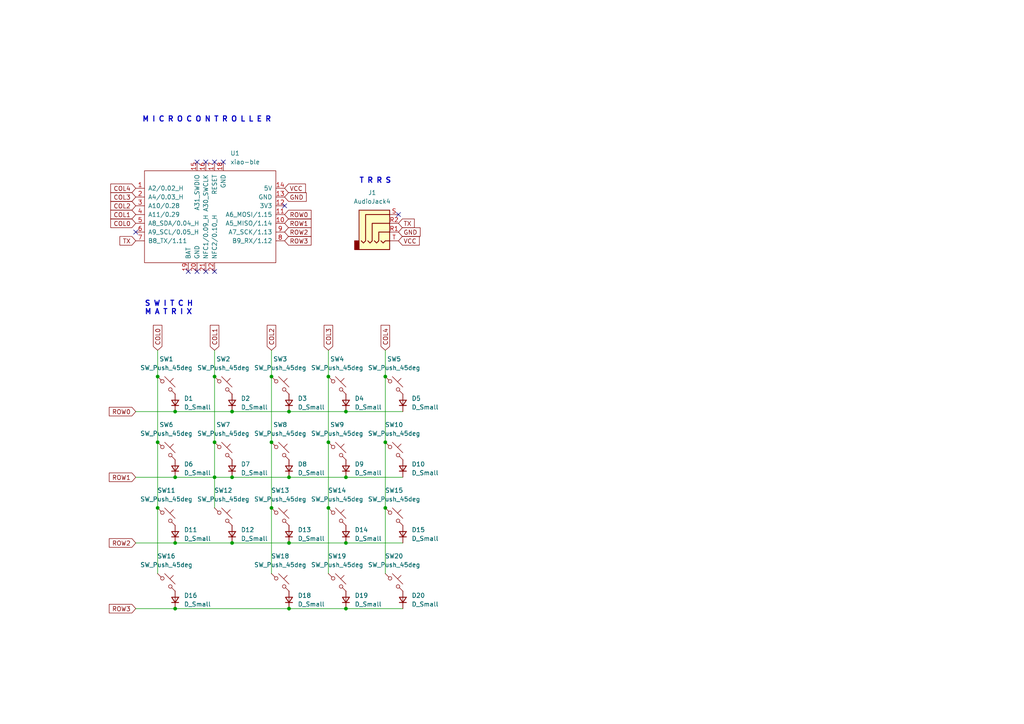
<source format=kicad_sch>
(kicad_sch (version 20211123) (generator eeschema)
  (paper "A4")
  (lib_symbols
    (symbol "Connector:AudioJack4"
      (property "Reference" "J" (at 0 8.89 0))
      (property "Value" "AudioJack4" (at 0 6.35 0))
      (symbol "AudioJack4_0_1"
        (rectangle (start -6.35 -5.08) (end -7.62 -7.62) (stroke (width 0.254)) (fill (type outline)))
        (polyline (pts (xy 0 -5.08) (xy 0.635 -5.715) (xy 1.27 -5.08) (xy 2.54 -5.08)) (stroke (width 0.254)))
        (polyline (pts (xy -5.715 -5.08) (xy -5.08 -5.715) (xy -4.445 -5.08) (xy -4.445 2.54) (xy 2.54 2.54)) (stroke (width 0.254)))
        (polyline (pts (xy -1.905 -5.08) (xy -1.27 -5.715) (xy -0.635 -5.08) (xy -0.635 -2.54) (xy 2.54 -2.54)) (stroke (width 0.254)))
        (polyline (pts (xy 2.54 0) (xy -2.54 0) (xy -2.54 -5.08) (xy -3.175 -5.715) (xy -3.81 -5.08)) (stroke (width 0.254)))
        (rectangle (start 2.54 3.81) (end -6.35 -7.62) (stroke (width 0.254)) (fill (type background)))
      )
      (symbol "AudioJack4_1_1"
        (pin passive line (at 5.08 -2.54 180) (length 2.54) (name "~") (number "R1"))
        (pin passive line (at 5.08 0 180) (length 2.54) (name "~") (number "R2"))
        (pin passive line (at 5.08 2.54 180) (length 2.54) (name "~") (number "S"))
        (pin passive line (at 5.08 -5.08 180) (length 2.54) (name "~") (number "T"))
      )
    )
    (symbol "Device:D_Small" (pin_numbers hide) (pin_names (offset 0.254) hide)
      (property "Reference" "D" (at -1.27 2.032 0))
      (property "Value" "D_Small" (at -3.81 -2.032 0))
      (symbol "D_Small_0_1"
        (polyline (pts (xy -0.762 -1.016) (xy -0.762 1.016)) (stroke (width 0.254)))
        (polyline (pts (xy -0.762 0) (xy 0.762 0)))
        (polyline (pts (xy 0.762 -1.016) (xy -0.762 0) (xy 0.762 1.016) (xy 0.762 -1.016)) (stroke (width 0.254)))
      )
      (symbol "D_Small_1_1"
        (pin passive line (at -2.54 0 0) (length 1.778) (name "K") (number "1"))
        (pin passive line (at 2.54 0 180) (length 1.778) (name "A") (number "2"))
      )
    )
    (symbol "Switch:SW_Push_45deg" (pin_numbers hide) (pin_names (offset 1.016) hide)
      (property "Reference" "SW" (at 3.048 1.016 0))
      (property "Value" "SW_Push_45deg" (at 0 -3.81 0))
      (symbol "SW_Push_45deg_0_1"
        (circle (center -1.1684 1.1684) (radius 0.508))
        (polyline (pts (xy -0.508 2.54) (xy 2.54 -0.508)))
        (polyline (pts (xy 1.016 1.016) (xy 2.032 2.032)))
        (polyline (pts (xy -2.54 2.54) (xy -1.524 1.524) (xy -1.524 1.524)))
        (polyline (pts (xy 1.524 -1.524) (xy 2.54 -2.54) (xy 2.54 -2.54) (xy 2.54 -2.54)))
        (circle (center 1.143 -1.1938) (radius 0.508))
        (pin passive line (at -2.54 2.54 0) (length 0) (name "1") (number "1"))
        (pin passive line (at 2.54 -2.54 180) (length 0) (name "2") (number "2"))
      )
    )
    (symbol "xiao:xiao-ble" (pin_names (offset 1.016))
      (property "Reference" "U" (at -17.78 16.51 0))
      (property "Value" "xiao-ble" (at -15.24 13.97 0))
      (symbol "xiao-ble_0_1"
        (rectangle (start -19.05 12.7) (end 19.05 -13.97))
      )
      (symbol "xiao-ble_1_1"
        (pin bidirectional line (at -21.59 7.62 0) (length 2.54) (name "A2/0.02_H") (number "1"))
        (pin bidirectional line (at 21.59 -2.54 180) (length 2.54) (name "A5_MISO/1.14") (number "10"))
        (pin bidirectional line (at 21.59 0 180) (length 2.54) (name "A6_MOSI/1.15") (number "11"))
        (pin power_out line (at 21.59 2.54 180) (length 2.54) (name "3V3") (number "12"))
        (pin power_out line (at 21.59 5.08 180) (length 2.54) (name "GND") (number "13"))
        (pin power_out line (at 21.59 7.62 180) (length 2.54) (name "5V") (number "14"))
        (pin input line (at -3.81 15.24 270) (length 2.54) (name "A31_SWDIO") (number "15"))
        (pin input line (at -1.27 15.24 270) (length 2.54) (name "A30_SWCLK") (number "16"))
        (pin input line (at 1.27 15.24 270) (length 2.54) (name "RESET") (number "17"))
        (pin power_out line (at 3.81 15.24 270) (length 2.54) (name "GND") (number "18"))
        (pin bidirectional line (at -6.35 -16.51 90) (length 2.54) (name "BAT") (number "19"))
        (pin bidirectional line (at -21.59 5.08 0) (length 2.54) (name "A4/0.03_H") (number "2"))
        (pin power_out line (at -3.81 -16.51 90) (length 2.54) (name "GND") (number "20"))
        (pin bidirectional line (at -1.27 -16.51 90) (length 2.54) (name "NFC1/0.09_H") (number "21"))
        (pin bidirectional line (at 1.27 -16.51 90) (length 2.54) (name "NFC2/0.10_H") (number "22"))
        (pin bidirectional line (at -21.59 2.54 0) (length 2.54) (name "A10/0.28") (number "3"))
        (pin bidirectional line (at -21.59 0 0) (length 2.54) (name "A11/0.29") (number "4"))
        (pin bidirectional line (at -21.59 -2.54 0) (length 2.54) (name "A8_SDA/0.04_H") (number "5"))
        (pin bidirectional line (at -21.59 -5.08 0) (length 2.54) (name "A9_SCL/0.05_H") (number "6"))
        (pin bidirectional line (at -21.59 -7.62 0) (length 2.54) (name "B8_TX/1.11") (number "7"))
        (pin bidirectional line (at 21.59 -7.62 180) (length 2.54) (name "B9_RX/1.12") (number "8"))
        (pin bidirectional line (at 21.59 -5.08 180) (length 2.54) (name "A7_SCK/1.13") (number "9"))
      )
    )
  )
  (junction (at 50.8 176.53))
  (junction (at 78.74 109.22))
  (junction (at 100.33 157.48))
  (junction (at 78.74 128.27))
  (junction (at 45.72 109.22))
  (junction (at 83.82 138.43))
  (junction (at 100.33 176.53))
  (junction (at 67.31 138.43))
  (junction (at 67.31 119.38))
  (junction (at 95.25 109.22))
  (junction (at 111.76 128.27))
  (junction (at 50.8 138.43))
  (junction (at 78.74 147.32))
  (junction (at 95.25 147.32))
  (junction (at 100.33 138.43))
  (junction (at 62.23 128.27))
  (junction (at 100.33 119.38))
  (junction (at 111.76 109.22))
  (junction (at 111.76 147.32))
  (junction (at 50.8 119.38))
  (junction (at 62.23 138.43))
  (junction (at 67.31 157.48))
  (junction (at 45.72 147.32))
  (junction (at 95.25 128.27))
  (junction (at 83.82 176.53))
  (junction (at 83.82 119.38))
  (junction (at 45.72 128.27))
  (junction (at 62.23 109.22))
  (junction (at 83.82 157.48))
  (junction (at 50.8 157.48))
  (no_connect (at 115.57 62.23))
  (no_connect (at 59.69 78.74))
  (no_connect (at 57.15 78.74))
  (no_connect (at 54.61 78.74))
  (no_connect (at 39.37 67.31))
  (no_connect (at 62.23 78.74))
  (no_connect (at 64.77 46.99))
  (no_connect (at 62.23 46.99))
  (no_connect (at 59.69 46.99))
  (no_connect (at 57.15 46.99))
  (no_connect (at 82.55 59.69))
  (wire (pts (xy 67.31 157.48) (xy 83.82 157.48)))
  (wire (pts (xy 39.37 138.43) (xy 50.8 138.43)))
  (wire (pts (xy 39.37 157.48) (xy 50.8 157.48)))
  (wire (pts (xy 45.72 128.27) (xy 45.72 147.32)))
  (wire (pts (xy 45.72 109.22) (xy 45.72 128.27)))
  (wire (pts (xy 95.25 147.32) (xy 95.25 166.37)))
  (wire (pts (xy 62.23 109.22) (xy 62.23 128.27)))
  (wire (pts (xy 100.33 138.43) (xy 116.84 138.43)))
  (wire (pts (xy 67.31 138.43) (xy 83.82 138.43)))
  (wire (pts (xy 50.8 119.38) (xy 67.31 119.38)))
  (wire (pts (xy 83.82 138.43) (xy 100.33 138.43)))
  (wire (pts (xy 45.72 147.32) (xy 45.72 166.37)))
  (wire (pts (xy 67.31 119.38) (xy 83.82 119.38)))
  (wire (pts (xy 95.25 109.22) (xy 95.25 128.27)))
  (wire (pts (xy 83.82 157.48) (xy 100.33 157.48)))
  (wire (pts (xy 78.74 128.27) (xy 78.74 147.32)))
  (wire (pts (xy 83.82 119.38) (xy 100.33 119.38)))
  (wire (pts (xy 111.76 101.6) (xy 111.76 109.22)))
  (wire (pts (xy 50.8 138.43) (xy 62.23 138.43)))
  (wire (pts (xy 95.25 101.6) (xy 95.25 109.22)))
  (wire (pts (xy 50.8 176.53) (xy 83.82 176.53)))
  (wire (pts (xy 83.82 176.53) (xy 100.33 176.53)))
  (wire (pts (xy 39.37 119.38) (xy 50.8 119.38)))
  (wire (pts (xy 78.74 109.22) (xy 78.74 128.27)))
  (wire (pts (xy 39.37 176.53) (xy 50.8 176.53)))
  (wire (pts (xy 62.23 101.6) (xy 62.23 109.22)))
  (wire (pts (xy 78.74 147.32) (xy 78.74 166.37)))
  (wire (pts (xy 62.23 128.27) (xy 62.23 138.43)))
  (wire (pts (xy 111.76 147.32) (xy 111.76 166.37)))
  (wire (pts (xy 111.76 128.27) (xy 111.76 147.32)))
  (wire (pts (xy 62.23 138.43) (xy 62.23 147.32)))
  (wire (pts (xy 111.76 109.22) (xy 111.76 128.27)))
  (wire (pts (xy 78.74 101.6) (xy 78.74 109.22)))
  (wire (pts (xy 100.33 176.53) (xy 116.84 176.53)))
  (wire (pts (xy 95.25 128.27) (xy 95.25 147.32)))
  (wire (pts (xy 50.8 157.48) (xy 67.31 157.48)))
  (wire (pts (xy 45.72 101.6) (xy 45.72 109.22)))
  (wire (pts (xy 62.23 138.43) (xy 67.31 138.43)))
  (wire (pts (xy 100.33 157.48) (xy 116.84 157.48)))
  (wire (pts (xy 100.33 119.38) (xy 116.84 119.38)))
  (text "S W I T C H\nM A T R I X\n" (at 41.91 91.44 0) (effects (font (size 1.5 1.5) (thickness 0.3) bold) (justify left bottom)))
  (text "T R R S" (at 104.14 53.34 0) (effects (font (size 1.5 1.5) (thickness 0.3) bold) (justify left bottom)))
  (text "M I C R O C O N T R O L L E R" (at 78.74 35.56 180) (effects (font (size 1.5 1.5) (thickness 0.3) bold) (justify right bottom)))
  (global_label "ROW0" (shape input) (at 82.55 62.23 0) (property "Intersheet References" "${INTERSHEET_REFS}" (effects hide)))
  (global_label "VCC" (shape input) (at 82.55 54.61 0) (property "Intersheet References" "${INTERSHEET_REFS}" (effects hide)))
  (global_label "COL1" (shape input) (at 39.37 62.23 180) (property "Intersheet References" "${INTERSHEET_REFS}" (effects hide)))
  (global_label "GND" (shape input) (at 115.57 67.31 0) (property "Intersheet References" "${INTERSHEET_REFS}" (effects hide)))
  (global_label "TX" (shape input) (at 115.57 64.77 0) (property "Intersheet References" "${INTERSHEET_REFS}" (effects hide)))
  (global_label "COL3" (shape input) (at 39.37 57.15 180) (property "Intersheet References" "${INTERSHEET_REFS}" (effects hide)))
  (global_label "COL1" (shape input) (at 62.23 101.6 90) (property "Intersheet References" "${INTERSHEET_REFS}" (effects hide)))
  (global_label "ROW1" (shape input) (at 82.55 64.77 0) (property "Intersheet References" "${INTERSHEET_REFS}" (effects hide)))
  (global_label "TX" (shape input) (at 39.37 69.85 180) (property "Intersheet References" "${INTERSHEET_REFS}" (effects hide)))
  (global_label "ROW3" (shape input) (at 82.55 69.85 0) (property "Intersheet References" "${INTERSHEET_REFS}" (effects hide)))
  (global_label "COL0" (shape input) (at 39.37 64.77 180) (property "Intersheet References" "${INTERSHEET_REFS}" (effects hide)))
  (global_label "ROW2" (shape input) (at 39.37 157.48 180) (property "Intersheet References" "${INTERSHEET_REFS}" (effects hide)))
  (global_label "ROW1" (shape input) (at 39.37 138.43 180) (property "Intersheet References" "${INTERSHEET_REFS}" (effects hide)))
  (global_label "COL0" (shape input) (at 45.72 101.6 90) (property "Intersheet References" "${INTERSHEET_REFS}" (effects hide)))
  (global_label "GND" (shape input) (at 82.55 57.15 0) (property "Intersheet References" "${INTERSHEET_REFS}" (effects hide)))
  (global_label "VCC" (shape input) (at 115.57 69.85 0) (property "Intersheet References" "${INTERSHEET_REFS}" (effects hide)))
  (global_label "COL4" (shape input) (at 111.76 101.6 90) (property "Intersheet References" "${INTERSHEET_REFS}" (effects hide)))
  (global_label "ROW3" (shape input) (at 39.37 176.53 180) (property "Intersheet References" "${INTERSHEET_REFS}" (effects hide)))
  (global_label "ROW0" (shape input) (at 39.37 119.38 180) (property "Intersheet References" "${INTERSHEET_REFS}" (effects hide)))
  (global_label "COL2" (shape input) (at 78.74 101.6 90) (property "Intersheet References" "${INTERSHEET_REFS}" (effects hide)))
  (global_label "COL4" (shape input) (at 39.37 54.61 180) (property "Intersheet References" "${INTERSHEET_REFS}" (effects hide)))
  (global_label "ROW2" (shape input) (at 82.55 67.31 0) (property "Intersheet References" "${INTERSHEET_REFS}" (effects hide)))
  (global_label "COL3" (shape input) (at 95.25 101.6 90) (property "Intersheet References" "${INTERSHEET_REFS}" (effects hide)))
  (global_label "COL2" (shape input) (at 39.37 59.69 180) (property "Intersheet References" "${INTERSHEET_REFS}" (effects hide)))
  (symbol (lib_id "Device:D_Small") (at 116.84 154.94 90) (unit 1)
    (property "Reference" "D15" (at 119.38 153.6699 90) (effects (justify right)))
    (property "Value" "D_Small" (at 119.38 156.2099 90) (effects (justify right)))
    (property "Footprint" "DEF01:diode-reversible" (effects hide))
  )
  (symbol (lib_id "Switch:SW_Push_45deg") (at 114.3 130.81 0) (unit 1)
    (property "Reference" "SW10" (at 114.3 123.19 0))
    (property "Value" "SW_Push_45deg" (at 114.3 125.73 0))
    (property "Footprint" "DEF01:Kailh-PG1425-X-Switch-revers" (effects hide))
  )
  (symbol (lib_id "Switch:SW_Push_45deg") (at 48.26 149.86 0) (unit 1)
    (property "Reference" "SW11" (at 48.26 142.24 0))
    (property "Value" "SW_Push_45deg" (at 48.26 144.78 0))
    (property "Footprint" "DEF01:Kailh-PG1425-X-Switch-revers" (effects hide))
  )
  (symbol (lib_id "Device:D_Small") (at 100.33 135.89 90) (unit 1)
    (property "Reference" "D9" (at 102.87 134.6199 90) (effects (justify right)))
    (property "Value" "D_Small" (at 102.87 137.1599 90) (effects (justify right)))
    (property "Footprint" "DEF01:diode-reversible" (effects hide))
  )
  (symbol (lib_id "Switch:SW_Push_45deg") (at 64.77 111.76 0) (unit 1)
    (property "Reference" "SW2" (at 64.77 104.14 0))
    (property "Value" "SW_Push_45deg" (at 64.77 106.68 0))
    (property "Footprint" "DEF01:Kailh-PG1425-X-Switch-revers" (effects hide))
  )
  (symbol (lib_id "Device:D_Small") (at 50.8 173.99 90) (unit 1)
    (property "Reference" "D16" (at 53.34 172.7199 90) (effects (justify right)))
    (property "Value" "D_Small" (at 53.34 175.2599 90) (effects (justify right)))
    (property "Footprint" "DEF01:diode-reversible" (effects hide))
  )
  (symbol (lib_id "Connector:AudioJack4") (at 110.49 64.77 0) (unit 1)
    (property "Reference" "J1" (at 107.95 55.88 0))
    (property "Value" "AudioJack4" (at 107.95 58.42 0))
    (property "Footprint" "DEF01:TRRS-PJ-320A-dual" (effects hide))
  )
  (symbol (lib_id "Switch:SW_Push_45deg") (at 48.26 168.91 0) (unit 1)
    (property "Reference" "SW16" (at 48.26 161.29 0))
    (property "Value" "SW_Push_45deg" (at 48.26 163.83 0))
    (property "Footprint" "DEF01:Kailh-PG1425-X-Switch-revers" (effects hide))
  )
  (symbol (lib_id "Switch:SW_Push_45deg") (at 97.79 111.76 0) (unit 1)
    (property "Reference" "SW4" (at 97.79 104.14 0))
    (property "Value" "SW_Push_45deg" (at 97.79 106.68 0))
    (property "Footprint" "DEF01:Kailh-PG1425-X-Switch-revers" (effects hide))
  )
  (symbol (lib_id "Device:D_Small") (at 67.31 116.84 90) (unit 1)
    (property "Reference" "D2" (at 69.85 115.5699 90) (effects (justify right)))
    (property "Value" "D_Small" (at 69.85 118.1099 90) (effects (justify right)))
    (property "Footprint" "DEF01:diode-reversible" (effects hide))
  )
  (symbol (lib_id "Switch:SW_Push_45deg") (at 64.77 149.86 0) (unit 1)
    (property "Reference" "SW12" (at 64.77 142.24 0))
    (property "Value" "SW_Push_45deg" (at 64.77 144.78 0))
    (property "Footprint" "DEF01:Kailh-PG1425-X-Switch-revers" (effects hide))
  )
  (symbol (lib_id "Device:D_Small") (at 50.8 135.89 90) (unit 1)
    (property "Reference" "D6" (at 53.34 134.6199 90) (effects (justify right)))
    (property "Value" "D_Small" (at 53.34 137.1599 90) (effects (justify right)))
    (property "Footprint" "DEF01:diode-reversible" (effects hide))
  )
  (symbol (lib_id "Device:D_Small") (at 116.84 116.84 90) (unit 1)
    (property "Reference" "D5" (at 119.38 115.5699 90) (effects (justify right)))
    (property "Value" "D_Small" (at 119.38 118.1099 90) (effects (justify right)))
    (property "Footprint" "DEF01:diode-reversible" (effects hide))
  )
  (symbol (lib_id "Device:D_Small") (at 67.31 154.94 90) (unit 1)
    (property "Reference" "D12" (at 69.85 153.6699 90) (effects (justify right)))
    (property "Value" "D_Small" (at 69.85 156.2099 90) (effects (justify right)))
    (property "Footprint" "DEF01:diode-reversible" (effects hide))
  )
  (symbol (lib_id "Switch:SW_Push_45deg") (at 81.28 130.81 0) (unit 1)
    (property "Reference" "SW8" (at 81.28 123.19 0))
    (property "Value" "SW_Push_45deg" (at 81.28 125.73 0))
    (property "Footprint" "DEF01:Kailh-PG1425-X-Switch-revers" (effects hide))
  )
  (symbol (lib_id "Device:D_Small") (at 50.8 154.94 90) (unit 1)
    (property "Reference" "D11" (at 53.34 153.6699 90) (effects (justify right)))
    (property "Value" "D_Small" (at 53.34 156.2099 90) (effects (justify right)))
    (property "Footprint" "DEF01:diode-reversible" (effects hide))
  )
  (symbol (lib_id "Switch:SW_Push_45deg") (at 48.26 130.81 0) (unit 1)
    (property "Reference" "SW6" (at 48.26 123.19 0))
    (property "Value" "SW_Push_45deg" (at 48.26 125.73 0))
    (property "Footprint" "DEF01:Kailh-PG1425-X-Switch-revers" (effects hide))
  )
  (symbol (lib_id "Switch:SW_Push_45deg") (at 64.77 130.81 0) (unit 1)
    (property "Reference" "SW7" (at 64.77 123.19 0))
    (property "Value" "SW_Push_45deg" (at 64.77 125.73 0))
    (property "Footprint" "DEF01:Kailh-PG1425-X-Switch-revers" (effects hide))
  )
  (symbol (lib_id "Device:D_Small") (at 83.82 154.94 90) (unit 1)
    (property "Reference" "D13" (at 86.36 153.6699 90) (effects (justify right)))
    (property "Value" "D_Small" (at 86.36 156.2099 90) (effects (justify right)))
    (property "Footprint" "DEF01:diode-reversible" (effects hide))
  )
  (symbol (lib_id "xiao:xiao-ble") (at 60.96 62.23 0) (unit 1)
    (property "Reference" "U1" (at 66.7894 44.45 0) (effects (justify left)))
    (property "Value" "xiao-ble" (at 66.7894 46.99 0) (effects (justify left)))
    (property "Footprint" "DEF01:xiao-rev-reversible" (effects hide))
  )
  (symbol (lib_id "Device:D_Small") (at 116.84 135.89 90) (unit 1)
    (property "Reference" "D10" (at 119.38 134.6199 90) (effects (justify right)))
    (property "Value" "D_Small" (at 119.38 137.1599 90) (effects (justify right)))
    (property "Footprint" "DEF01:diode-reversible" (effects hide))
  )
  (symbol (lib_id "Device:D_Small") (at 67.31 135.89 90) (unit 1)
    (property "Reference" "D7" (at 69.85 134.6199 90) (effects (justify right)))
    (property "Value" "D_Small" (at 69.85 137.1599 90) (effects (justify right)))
    (property "Footprint" "DEF01:diode-reversible" (effects hide))
  )
  (symbol (lib_id "Switch:SW_Push_45deg") (at 114.3 111.76 0) (unit 1)
    (property "Reference" "SW5" (at 114.3 104.14 0))
    (property "Value" "SW_Push_45deg" (at 114.3 106.68 0))
    (property "Footprint" "DEF01:Kailh-PG1425-X-Switch-revers" (effects hide))
  )
  (symbol (lib_id "Switch:SW_Push_45deg") (at 81.28 111.76 0) (unit 1)
    (property "Reference" "SW3" (at 81.28 104.14 0))
    (property "Value" "SW_Push_45deg" (at 81.28 106.68 0))
    (property "Footprint" "DEF01:Kailh-PG1425-X-Switch-revers" (effects hide))
  )
  (symbol (lib_id "Switch:SW_Push_45deg") (at 48.26 111.76 0) (unit 1)
    (property "Reference" "SW1" (at 48.26 104.14 0))
    (property "Value" "SW_Push_45deg" (at 48.26 106.68 0))
    (property "Footprint" "DEF01:Kailh-PG1425-X-Switch-revers" (effects hide))
  )
  (symbol (lib_id "Device:D_Small") (at 100.33 116.84 90) (unit 1)
    (property "Reference" "D4" (at 102.87 115.5699 90) (effects (justify right)))
    (property "Value" "D_Small" (at 102.87 118.1099 90) (effects (justify right)))
    (property "Footprint" "DEF01:diode-reversible" (effects hide))
  )
  (symbol (lib_id "Switch:SW_Push_45deg") (at 81.28 168.91 0) (unit 1)
    (property "Reference" "SW18" (at 81.28 161.29 0))
    (property "Value" "SW_Push_45deg" (at 81.28 163.83 0))
    (property "Footprint" "DEF01:Kailh-PG1425-X-Switch-revers" (effects hide))
  )
  (symbol (lib_id "Device:D_Small") (at 100.33 173.99 90) (unit 1)
    (property "Reference" "D19" (at 102.87 172.7199 90) (effects (justify right)))
    (property "Value" "D_Small" (at 102.87 175.2599 90) (effects (justify right)))
    (property "Footprint" "DEF01:diode-reversible" (effects hide))
  )
  (symbol (lib_id "Switch:SW_Push_45deg") (at 97.79 168.91 0) (unit 1)
    (property "Reference" "SW19" (at 97.79 161.29 0))
    (property "Value" "SW_Push_45deg" (at 97.79 163.83 0))
    (property "Footprint" "DEF01:Kailh-PG1425-X-Switch-revers" (effects hide))
  )
  (symbol (lib_id "Switch:SW_Push_45deg") (at 81.28 149.86 0) (unit 1)
    (property "Reference" "SW13" (at 81.28 142.24 0))
    (property "Value" "SW_Push_45deg" (at 81.28 144.78 0))
    (property "Footprint" "DEF01:Kailh-PG1425-X-Switch-revers" (effects hide))
  )
  (symbol (lib_id "Switch:SW_Push_45deg") (at 97.79 130.81 0) (unit 1)
    (property "Reference" "SW9" (at 97.79 123.19 0))
    (property "Value" "SW_Push_45deg" (at 97.79 125.73 0))
    (property "Footprint" "DEF01:Kailh-PG1425-X-Switch-revers" (effects hide))
  )
  (symbol (lib_id "Device:D_Small") (at 50.8 116.84 90) (unit 1)
    (property "Reference" "D1" (at 53.34 115.5699 90) (effects (justify right)))
    (property "Value" "D_Small" (at 53.34 118.1099 90) (effects (justify right)))
    (property "Footprint" "DEF01:diode-reversible" (effects hide))
  )
  (symbol (lib_id "Device:D_Small") (at 83.82 135.89 90) (unit 1)
    (property "Reference" "D8" (at 86.36 134.6199 90) (effects (justify right)))
    (property "Value" "D_Small" (at 86.36 137.1599 90) (effects (justify right)))
    (property "Footprint" "DEF01:diode-reversible" (effects hide))
  )
  (symbol (lib_id "Switch:SW_Push_45deg") (at 97.79 149.86 0) (unit 1)
    (property "Reference" "SW14" (at 97.79 142.24 0))
    (property "Value" "SW_Push_45deg" (at 97.79 144.78 0))
    (property "Footprint" "DEF01:Kailh-PG1425-X-Switch-revers" (effects hide))
  )
  (symbol (lib_id "Device:D_Small") (at 83.82 116.84 90) (unit 1)
    (property "Reference" "D3" (at 86.36 115.5699 90) (effects (justify right)))
    (property "Value" "D_Small" (at 86.36 118.1099 90) (effects (justify right)))
    (property "Footprint" "DEF01:diode-reversible" (effects hide))
  )
  (symbol (lib_id "Device:D_Small") (at 116.84 173.99 90) (unit 1)
    (property "Reference" "D20" (at 119.38 172.7199 90) (effects (justify right)))
    (property "Value" "D_Small" (at 119.38 175.2599 90) (effects (justify right)))
    (property "Footprint" "DEF01:diode-reversible" (effects hide))
  )
  (symbol (lib_id "Device:D_Small") (at 100.33 154.94 90) (unit 1)
    (property "Reference" "D14" (at 102.87 153.6699 90) (effects (justify right)))
    (property "Value" "D_Small" (at 102.87 156.2099 90) (effects (justify right)))
    (property "Footprint" "DEF01:diode-reversible" (effects hide))
  )
  (symbol (lib_id "Device:D_Small") (at 83.82 173.99 90) (unit 1)
    (property "Reference" "D18" (at 86.36 172.7199 90) (effects (justify right)))
    (property "Value" "D_Small" (at 86.36 175.2599 90) (effects (justify right)))
    (property "Footprint" "DEF01:diode-reversible" (effects hide))
  )
  (symbol (lib_id "Switch:SW_Push_45deg") (at 114.3 168.91 0) (unit 1)
    (property "Reference" "SW20" (at 114.3 161.29 0))
    (property "Value" "SW_Push_45deg" (at 114.3 163.83 0))
    (property "Footprint" "DEF01:Kailh-PG1425-X-Switch-revers" (effects hide))
  )
  (symbol (lib_id "Switch:SW_Push_45deg") (at 114.3 149.86 0) (unit 1)
    (property "Reference" "SW15" (at 114.3 142.24 0))
    (property "Value" "SW_Push_45deg" (at 114.3 144.78 0))
    (property "Footprint" "DEF01:Kailh-PG1425-X-Switch-revers" (effects hide))
  )
)
</source>
